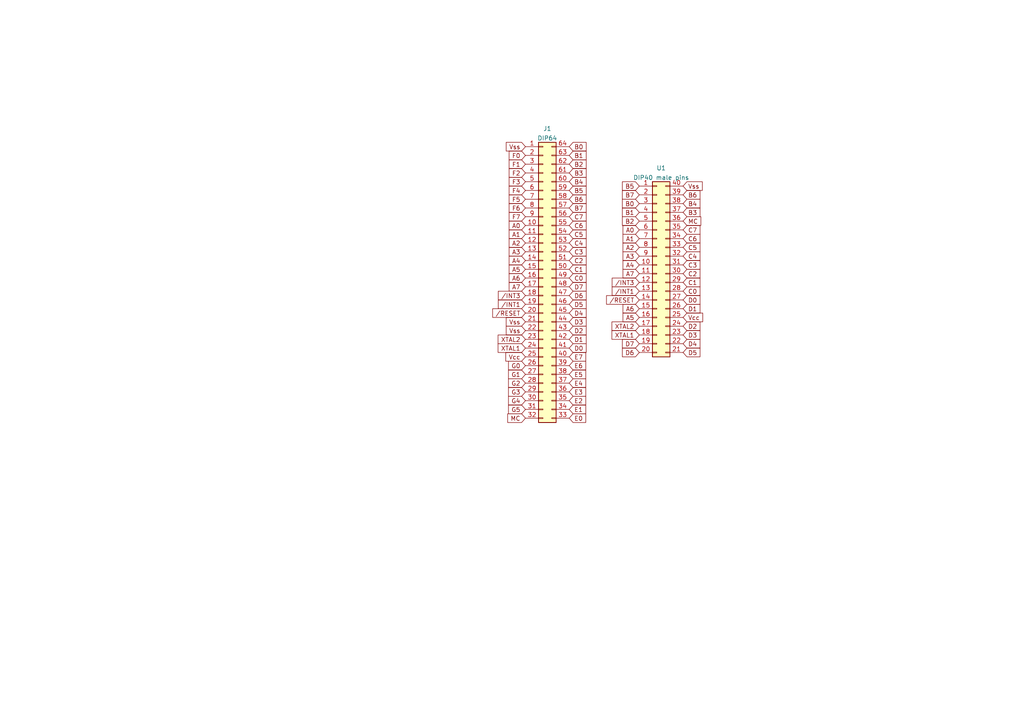
<source format=kicad_sch>
(kicad_sch (version 20211123) (generator eeschema)
  (paper "A4")
  (lib_symbols
    (symbol "Connector_Generic:Conn_02x20_Counter_Clockwise" (pin_names (offset 1.016) hide)
      (property "Reference" "J" (at 1.27 25.4 0))
      (property "Value" "Conn_02x20_Counter_Clockwise" (at 1.27 -27.94 0))
      (symbol "Conn_02x20_Counter_Clockwise_1_1"
        (rectangle (start -1.27 -25.273) (end 0 -25.527) (stroke (width 0.1524)))
        (rectangle (start -1.27 -22.733) (end 0 -22.987) (stroke (width 0.1524)))
        (rectangle (start -1.27 -20.193) (end 0 -20.447) (stroke (width 0.1524)))
        (rectangle (start -1.27 -17.653) (end 0 -17.907) (stroke (width 0.1524)))
        (rectangle (start -1.27 -15.113) (end 0 -15.367) (stroke (width 0.1524)))
        (rectangle (start -1.27 -12.573) (end 0 -12.827) (stroke (width 0.1524)))
        (rectangle (start -1.27 -10.033) (end 0 -10.287) (stroke (width 0.1524)))
        (rectangle (start -1.27 -7.493) (end 0 -7.747) (stroke (width 0.1524)))
        (rectangle (start -1.27 -4.953) (end 0 -5.207) (stroke (width 0.1524)))
        (rectangle (start -1.27 -2.413) (end 0 -2.667) (stroke (width 0.1524)))
        (rectangle (start -1.27 0.127) (end 0 -0.127) (stroke (width 0.1524)))
        (rectangle (start -1.27 2.667) (end 0 2.413) (stroke (width 0.1524)))
        (rectangle (start -1.27 5.207) (end 0 4.953) (stroke (width 0.1524)))
        (rectangle (start -1.27 7.747) (end 0 7.493) (stroke (width 0.1524)))
        (rectangle (start -1.27 10.287) (end 0 10.033) (stroke (width 0.1524)))
        (rectangle (start -1.27 12.827) (end 0 12.573) (stroke (width 0.1524)))
        (rectangle (start -1.27 15.367) (end 0 15.113) (stroke (width 0.1524)))
        (rectangle (start -1.27 17.907) (end 0 17.653) (stroke (width 0.1524)))
        (rectangle (start -1.27 20.447) (end 0 20.193) (stroke (width 0.1524)))
        (rectangle (start -1.27 22.987) (end 0 22.733) (stroke (width 0.1524)))
        (rectangle (start -1.27 24.13) (end 3.81 -26.67) (stroke (width 0.254)) (fill (type background)))
        (rectangle (start 3.81 -25.273) (end 2.54 -25.527) (stroke (width 0.1524)))
        (rectangle (start 3.81 -22.733) (end 2.54 -22.987) (stroke (width 0.1524)))
        (rectangle (start 3.81 -20.193) (end 2.54 -20.447) (stroke (width 0.1524)))
        (rectangle (start 3.81 -17.653) (end 2.54 -17.907) (stroke (width 0.1524)))
        (rectangle (start 3.81 -15.113) (end 2.54 -15.367) (stroke (width 0.1524)))
        (rectangle (start 3.81 -12.573) (end 2.54 -12.827) (stroke (width 0.1524)))
        (rectangle (start 3.81 -10.033) (end 2.54 -10.287) (stroke (width 0.1524)))
        (rectangle (start 3.81 -7.493) (end 2.54 -7.747) (stroke (width 0.1524)))
        (rectangle (start 3.81 -4.953) (end 2.54 -5.207) (stroke (width 0.1524)))
        (rectangle (start 3.81 -2.413) (end 2.54 -2.667) (stroke (width 0.1524)))
        (rectangle (start 3.81 0.127) (end 2.54 -0.127) (stroke (width 0.1524)))
        (rectangle (start 3.81 2.667) (end 2.54 2.413) (stroke (width 0.1524)))
        (rectangle (start 3.81 5.207) (end 2.54 4.953) (stroke (width 0.1524)))
        (rectangle (start 3.81 7.747) (end 2.54 7.493) (stroke (width 0.1524)))
        (rectangle (start 3.81 10.287) (end 2.54 10.033) (stroke (width 0.1524)))
        (rectangle (start 3.81 12.827) (end 2.54 12.573) (stroke (width 0.1524)))
        (rectangle (start 3.81 15.367) (end 2.54 15.113) (stroke (width 0.1524)))
        (rectangle (start 3.81 17.907) (end 2.54 17.653) (stroke (width 0.1524)))
        (rectangle (start 3.81 20.447) (end 2.54 20.193) (stroke (width 0.1524)))
        (rectangle (start 3.81 22.987) (end 2.54 22.733) (stroke (width 0.1524)))
        (pin passive line (at -5.08 22.86 0) (length 3.81) (name "Pin_1") (number "1"))
        (pin passive line (at -5.08 0 0) (length 3.81) (name "Pin_10") (number "10"))
        (pin passive line (at -5.08 -2.54 0) (length 3.81) (name "Pin_11") (number "11"))
        (pin passive line (at -5.08 -5.08 0) (length 3.81) (name "Pin_12") (number "12"))
        (pin passive line (at -5.08 -7.62 0) (length 3.81) (name "Pin_13") (number "13"))
        (pin passive line (at -5.08 -10.16 0) (length 3.81) (name "Pin_14") (number "14"))
        (pin passive line (at -5.08 -12.7 0) (length 3.81) (name "Pin_15") (number "15"))
        (pin passive line (at -5.08 -15.24 0) (length 3.81) (name "Pin_16") (number "16"))
        (pin passive line (at -5.08 -17.78 0) (length 3.81) (name "Pin_17") (number "17"))
        (pin passive line (at -5.08 -20.32 0) (length 3.81) (name "Pin_18") (number "18"))
        (pin passive line (at -5.08 -22.86 0) (length 3.81) (name "Pin_19") (number "19"))
        (pin passive line (at -5.08 20.32 0) (length 3.81) (name "Pin_2") (number "2"))
        (pin passive line (at -5.08 -25.4 0) (length 3.81) (name "Pin_20") (number "20"))
        (pin passive line (at 7.62 -25.4 180) (length 3.81) (name "Pin_21") (number "21"))
        (pin passive line (at 7.62 -22.86 180) (length 3.81) (name "Pin_22") (number "22"))
        (pin passive line (at 7.62 -20.32 180) (length 3.81) (name "Pin_23") (number "23"))
        (pin passive line (at 7.62 -17.78 180) (length 3.81) (name "Pin_24") (number "24"))
        (pin passive line (at 7.62 -15.24 180) (length 3.81) (name "Pin_25") (number "25"))
        (pin passive line (at 7.62 -12.7 180) (length 3.81) (name "Pin_26") (number "26"))
        (pin passive line (at 7.62 -10.16 180) (length 3.81) (name "Pin_27") (number "27"))
        (pin passive line (at 7.62 -7.62 180) (length 3.81) (name "Pin_28") (number "28"))
        (pin passive line (at 7.62 -5.08 180) (length 3.81) (name "Pin_29") (number "29"))
        (pin passive line (at -5.08 17.78 0) (length 3.81) (name "Pin_3") (number "3"))
        (pin passive line (at 7.62 -2.54 180) (length 3.81) (name "Pin_30") (number "30"))
        (pin passive line (at 7.62 0 180) (length 3.81) (name "Pin_31") (number "31"))
        (pin passive line (at 7.62 2.54 180) (length 3.81) (name "Pin_32") (number "32"))
        (pin passive line (at 7.62 5.08 180) (length 3.81) (name "Pin_33") (number "33"))
        (pin passive line (at 7.62 7.62 180) (length 3.81) (name "Pin_34") (number "34"))
        (pin passive line (at 7.62 10.16 180) (length 3.81) (name "Pin_35") (number "35"))
        (pin passive line (at 7.62 12.7 180) (length 3.81) (name "Pin_36") (number "36"))
        (pin passive line (at 7.62 15.24 180) (length 3.81) (name "Pin_37") (number "37"))
        (pin passive line (at 7.62 17.78 180) (length 3.81) (name "Pin_38") (number "38"))
        (pin passive line (at 7.62 20.32 180) (length 3.81) (name "Pin_39") (number "39"))
        (pin passive line (at -5.08 15.24 0) (length 3.81) (name "Pin_4") (number "4"))
        (pin passive line (at 7.62 22.86 180) (length 3.81) (name "Pin_40") (number "40"))
        (pin passive line (at -5.08 12.7 0) (length 3.81) (name "Pin_5") (number "5"))
        (pin passive line (at -5.08 10.16 0) (length 3.81) (name "Pin_6") (number "6"))
        (pin passive line (at -5.08 7.62 0) (length 3.81) (name "Pin_7") (number "7"))
        (pin passive line (at -5.08 5.08 0) (length 3.81) (name "Pin_8") (number "8"))
        (pin passive line (at -5.08 2.54 0) (length 3.81) (name "Pin_9") (number "9"))
      )
    )
    (symbol "Connector_Generic:Conn_02x32_Counter_Clockwise" (pin_names (offset 1.016) hide)
      (property "Reference" "J" (at 1.27 40.64 0))
      (property "Value" "Conn_02x32_Counter_Clockwise" (at 1.27 -43.18 0))
      (symbol "Conn_02x32_Counter_Clockwise_1_1"
        (rectangle (start -1.27 -40.513) (end 0 -40.767) (stroke (width 0.1524)))
        (rectangle (start -1.27 -37.973) (end 0 -38.227) (stroke (width 0.1524)))
        (rectangle (start -1.27 -35.433) (end 0 -35.687) (stroke (width 0.1524)))
        (rectangle (start -1.27 -32.893) (end 0 -33.147) (stroke (width 0.1524)))
        (rectangle (start -1.27 -30.353) (end 0 -30.607) (stroke (width 0.1524)))
        (rectangle (start -1.27 -27.813) (end 0 -28.067) (stroke (width 0.1524)))
        (rectangle (start -1.27 -25.273) (end 0 -25.527) (stroke (width 0.1524)))
        (rectangle (start -1.27 -22.733) (end 0 -22.987) (stroke (width 0.1524)))
        (rectangle (start -1.27 -20.193) (end 0 -20.447) (stroke (width 0.1524)))
        (rectangle (start -1.27 -17.653) (end 0 -17.907) (stroke (width 0.1524)))
        (rectangle (start -1.27 -15.113) (end 0 -15.367) (stroke (width 0.1524)))
        (rectangle (start -1.27 -12.573) (end 0 -12.827) (stroke (width 0.1524)))
        (rectangle (start -1.27 -10.033) (end 0 -10.287) (stroke (width 0.1524)))
        (rectangle (start -1.27 -7.493) (end 0 -7.747) (stroke (width 0.1524)))
        (rectangle (start -1.27 -4.953) (end 0 -5.207) (stroke (width 0.1524)))
        (rectangle (start -1.27 -2.413) (end 0 -2.667) (stroke (width 0.1524)))
        (rectangle (start -1.27 0.127) (end 0 -0.127) (stroke (width 0.1524)))
        (rectangle (start -1.27 2.667) (end 0 2.413) (stroke (width 0.1524)))
        (rectangle (start -1.27 5.207) (end 0 4.953) (stroke (width 0.1524)))
        (rectangle (start -1.27 7.747) (end 0 7.493) (stroke (width 0.1524)))
        (rectangle (start -1.27 10.287) (end 0 10.033) (stroke (width 0.1524)))
        (rectangle (start -1.27 12.827) (end 0 12.573) (stroke (width 0.1524)))
        (rectangle (start -1.27 15.367) (end 0 15.113) (stroke (width 0.1524)))
        (rectangle (start -1.27 17.907) (end 0 17.653) (stroke (width 0.1524)))
        (rectangle (start -1.27 20.447) (end 0 20.193) (stroke (width 0.1524)))
        (rectangle (start -1.27 22.987) (end 0 22.733) (stroke (width 0.1524)))
        (rectangle (start -1.27 25.527) (end 0 25.273) (stroke (width 0.1524)))
        (rectangle (start -1.27 28.067) (end 0 27.813) (stroke (width 0.1524)))
        (rectangle (start -1.27 30.607) (end 0 30.353) (stroke (width 0.1524)))
        (rectangle (start -1.27 33.147) (end 0 32.893) (stroke (width 0.1524)))
        (rectangle (start -1.27 35.687) (end 0 35.433) (stroke (width 0.1524)))
        (rectangle (start -1.27 38.227) (end 0 37.973) (stroke (width 0.1524)))
        (rectangle (start -1.27 39.37) (end 3.81 -41.91) (stroke (width 0.254)) (fill (type background)))
        (rectangle (start 3.81 -40.513) (end 2.54 -40.767) (stroke (width 0.1524)))
        (rectangle (start 3.81 -37.973) (end 2.54 -38.227) (stroke (width 0.1524)))
        (rectangle (start 3.81 -35.433) (end 2.54 -35.687) (stroke (width 0.1524)))
        (rectangle (start 3.81 -32.893) (end 2.54 -33.147) (stroke (width 0.1524)))
        (rectangle (start 3.81 -30.353) (end 2.54 -30.607) (stroke (width 0.1524)))
        (rectangle (start 3.81 -27.813) (end 2.54 -28.067) (stroke (width 0.1524)))
        (rectangle (start 3.81 -25.273) (end 2.54 -25.527) (stroke (width 0.1524)))
        (rectangle (start 3.81 -22.733) (end 2.54 -22.987) (stroke (width 0.1524)))
        (rectangle (start 3.81 -20.193) (end 2.54 -20.447) (stroke (width 0.1524)))
        (rectangle (start 3.81 -17.653) (end 2.54 -17.907) (stroke (width 0.1524)))
        (rectangle (start 3.81 -15.113) (end 2.54 -15.367) (stroke (width 0.1524)))
        (rectangle (start 3.81 -12.573) (end 2.54 -12.827) (stroke (width 0.1524)))
        (rectangle (start 3.81 -10.033) (end 2.54 -10.287) (stroke (width 0.1524)))
        (rectangle (start 3.81 -7.493) (end 2.54 -7.747) (stroke (width 0.1524)))
        (rectangle (start 3.81 -4.953) (end 2.54 -5.207) (stroke (width 0.1524)))
        (rectangle (start 3.81 -2.413) (end 2.54 -2.667) (stroke (width 0.1524)))
        (rectangle (start 3.81 0.127) (end 2.54 -0.127) (stroke (width 0.1524)))
        (rectangle (start 3.81 2.667) (end 2.54 2.413) (stroke (width 0.1524)))
        (rectangle (start 3.81 5.207) (end 2.54 4.953) (stroke (width 0.1524)))
        (rectangle (start 3.81 7.747) (end 2.54 7.493) (stroke (width 0.1524)))
        (rectangle (start 3.81 10.287) (end 2.54 10.033) (stroke (width 0.1524)))
        (rectangle (start 3.81 12.827) (end 2.54 12.573) (stroke (width 0.1524)))
        (rectangle (start 3.81 15.367) (end 2.54 15.113) (stroke (width 0.1524)))
        (rectangle (start 3.81 17.907) (end 2.54 17.653) (stroke (width 0.1524)))
        (rectangle (start 3.81 20.447) (end 2.54 20.193) (stroke (width 0.1524)))
        (rectangle (start 3.81 22.987) (end 2.54 22.733) (stroke (width 0.1524)))
        (rectangle (start 3.81 25.527) (end 2.54 25.273) (stroke (width 0.1524)))
        (rectangle (start 3.81 28.067) (end 2.54 27.813) (stroke (width 0.1524)))
        (rectangle (start 3.81 30.607) (end 2.54 30.353) (stroke (width 0.1524)))
        (rectangle (start 3.81 33.147) (end 2.54 32.893) (stroke (width 0.1524)))
        (rectangle (start 3.81 35.687) (end 2.54 35.433) (stroke (width 0.1524)))
        (rectangle (start 3.81 38.227) (end 2.54 37.973) (stroke (width 0.1524)))
        (pin passive line (at -5.08 38.1 0) (length 3.81) (name "Pin_1") (number "1"))
        (pin passive line (at -5.08 15.24 0) (length 3.81) (name "Pin_10") (number "10"))
        (pin passive line (at -5.08 12.7 0) (length 3.81) (name "Pin_11") (number "11"))
        (pin passive line (at -5.08 10.16 0) (length 3.81) (name "Pin_12") (number "12"))
        (pin passive line (at -5.08 7.62 0) (length 3.81) (name "Pin_13") (number "13"))
        (pin passive line (at -5.08 5.08 0) (length 3.81) (name "Pin_14") (number "14"))
        (pin passive line (at -5.08 2.54 0) (length 3.81) (name "Pin_15") (number "15"))
        (pin passive line (at -5.08 0 0) (length 3.81) (name "Pin_16") (number "16"))
        (pin passive line (at -5.08 -2.54 0) (length 3.81) (name "Pin_17") (number "17"))
        (pin passive line (at -5.08 -5.08 0) (length 3.81) (name "Pin_18") (number "18"))
        (pin passive line (at -5.08 -7.62 0) (length 3.81) (name "Pin_19") (number "19"))
        (pin passive line (at -5.08 35.56 0) (length 3.81) (name "Pin_2") (number "2"))
        (pin passive line (at -5.08 -10.16 0) (length 3.81) (name "Pin_20") (number "20"))
        (pin passive line (at -5.08 -12.7 0) (length 3.81) (name "Pin_21") (number "21"))
        (pin passive line (at -5.08 -15.24 0) (length 3.81) (name "Pin_22") (number "22"))
        (pin passive line (at -5.08 -17.78 0) (length 3.81) (name "Pin_23") (number "23"))
        (pin passive line (at -5.08 -20.32 0) (length 3.81) (name "Pin_24") (number "24"))
        (pin passive line (at -5.08 -22.86 0) (length 3.81) (name "Pin_25") (number "25"))
        (pin passive line (at -5.08 -25.4 0) (length 3.81) (name "Pin_26") (number "26"))
        (pin passive line (at -5.08 -27.94 0) (length 3.81) (name "Pin_27") (number "27"))
        (pin passive line (at -5.08 -30.48 0) (length 3.81) (name "Pin_28") (number "28"))
        (pin passive line (at -5.08 -33.02 0) (length 3.81) (name "Pin_29") (number "29"))
        (pin passive line (at -5.08 33.02 0) (length 3.81) (name "Pin_3") (number "3"))
        (pin passive line (at -5.08 -35.56 0) (length 3.81) (name "Pin_30") (number "30"))
        (pin passive line (at -5.08 -38.1 0) (length 3.81) (name "Pin_31") (number "31"))
        (pin passive line (at -5.08 -40.64 0) (length 3.81) (name "Pin_32") (number "32"))
        (pin passive line (at 7.62 -40.64 180) (length 3.81) (name "Pin_33") (number "33"))
        (pin passive line (at 7.62 -38.1 180) (length 3.81) (name "Pin_34") (number "34"))
        (pin passive line (at 7.62 -35.56 180) (length 3.81) (name "Pin_35") (number "35"))
        (pin passive line (at 7.62 -33.02 180) (length 3.81) (name "Pin_36") (number "36"))
        (pin passive line (at 7.62 -30.48 180) (length 3.81) (name "Pin_37") (number "37"))
        (pin passive line (at 7.62 -27.94 180) (length 3.81) (name "Pin_38") (number "38"))
        (pin passive line (at 7.62 -25.4 180) (length 3.81) (name "Pin_39") (number "39"))
        (pin passive line (at -5.08 30.48 0) (length 3.81) (name "Pin_4") (number "4"))
        (pin passive line (at 7.62 -22.86 180) (length 3.81) (name "Pin_40") (number "40"))
        (pin passive line (at 7.62 -20.32 180) (length 3.81) (name "Pin_41") (number "41"))
        (pin passive line (at 7.62 -17.78 180) (length 3.81) (name "Pin_42") (number "42"))
        (pin passive line (at 7.62 -15.24 180) (length 3.81) (name "Pin_43") (number "43"))
        (pin passive line (at 7.62 -12.7 180) (length 3.81) (name "Pin_44") (number "44"))
        (pin passive line (at 7.62 -10.16 180) (length 3.81) (name "Pin_45") (number "45"))
        (pin passive line (at 7.62 -7.62 180) (length 3.81) (name "Pin_46") (number "46"))
        (pin passive line (at 7.62 -5.08 180) (length 3.81) (name "Pin_47") (number "47"))
        (pin passive line (at 7.62 -2.54 180) (length 3.81) (name "Pin_48") (number "48"))
        (pin passive line (at 7.62 0 180) (length 3.81) (name "Pin_49") (number "49"))
        (pin passive line (at -5.08 27.94 0) (length 3.81) (name "Pin_5") (number "5"))
        (pin passive line (at 7.62 2.54 180) (length 3.81) (name "Pin_50") (number "50"))
        (pin passive line (at 7.62 5.08 180) (length 3.81) (name "Pin_51") (number "51"))
        (pin passive line (at 7.62 7.62 180) (length 3.81) (name "Pin_52") (number "52"))
        (pin passive line (at 7.62 10.16 180) (length 3.81) (name "Pin_53") (number "53"))
        (pin passive line (at 7.62 12.7 180) (length 3.81) (name "Pin_54") (number "54"))
        (pin passive line (at 7.62 15.24 180) (length 3.81) (name "Pin_55") (number "55"))
        (pin passive line (at 7.62 17.78 180) (length 3.81) (name "Pin_56") (number "56"))
        (pin passive line (at 7.62 20.32 180) (length 3.81) (name "Pin_57") (number "57"))
        (pin passive line (at 7.62 22.86 180) (length 3.81) (name "Pin_58") (number "58"))
        (pin passive line (at 7.62 25.4 180) (length 3.81) (name "Pin_59") (number "59"))
        (pin passive line (at -5.08 25.4 0) (length 3.81) (name "Pin_6") (number "6"))
        (pin passive line (at 7.62 27.94 180) (length 3.81) (name "Pin_60") (number "60"))
        (pin passive line (at 7.62 30.48 180) (length 3.81) (name "Pin_61") (number "61"))
        (pin passive line (at 7.62 33.02 180) (length 3.81) (name "Pin_62") (number "62"))
        (pin passive line (at 7.62 35.56 180) (length 3.81) (name "Pin_63") (number "63"))
        (pin passive line (at 7.62 38.1 180) (length 3.81) (name "Pin_64") (number "64"))
        (pin passive line (at -5.08 22.86 0) (length 3.81) (name "Pin_7") (number "7"))
        (pin passive line (at -5.08 20.32 0) (length 3.81) (name "Pin_8") (number "8"))
        (pin passive line (at -5.08 17.78 0) (length 3.81) (name "Pin_9") (number "9"))
      )
    )
  )
  (global_label "B0" (shape input) (at 165.1 42.545 0) (property "Intersheet References" "${INTERSHEET_REFS}" (effects hide)))
  (global_label "C1" (shape input) (at 165.1 78.105 0) (property "Intersheet References" "${INTERSHEET_REFS}" (effects hide)))
  (global_label "D3" (shape input) (at 198.12 97.155 0) (property "Intersheet References" "${INTERSHEET_REFS}" (effects hide)))
  (global_label "F7" (shape input) (at 152.4 62.865 180) (property "Intersheet References" "${INTERSHEET_REFS}" (effects hide)))
  (global_label "MC" (shape input) (at 198.12 64.135 0) (property "Intersheet References" "${INTERSHEET_REFS}" (effects hide)))
  (global_label "D6" (shape input) (at 165.1 85.725 0) (property "Intersheet References" "${INTERSHEET_REFS}" (effects hide)))
  (global_label "A6" (shape input) (at 185.42 89.535 180) (property "Intersheet References" "${INTERSHEET_REFS}" (effects hide)))
  (global_label "B5" (shape input) (at 185.42 53.975 180) (property "Intersheet References" "${INTERSHEET_REFS}" (effects hide)))
  (global_label "F2" (shape input) (at 152.4 50.165 180) (property "Intersheet References" "${INTERSHEET_REFS}" (effects hide)))
  (global_label "{slash}INT1" (shape input) (at 185.42 84.455 180) (property "Intersheet References" "${INTERSHEET_REFS}" (effects hide)))
  (global_label "D2" (shape input) (at 198.12 94.615 0) (property "Intersheet References" "${INTERSHEET_REFS}" (effects hide)))
  (global_label "D0" (shape input) (at 165.1 100.965 0) (property "Intersheet References" "${INTERSHEET_REFS}" (effects hide)))
  (global_label "D5" (shape input) (at 165.1 88.265 0) (property "Intersheet References" "${INTERSHEET_REFS}" (effects hide)))
  (global_label "D4" (shape input) (at 165.1 90.805 0) (property "Intersheet References" "${INTERSHEET_REFS}" (effects hide)))
  (global_label "F1" (shape input) (at 152.4 47.625 180) (property "Intersheet References" "${INTERSHEET_REFS}" (effects hide)))
  (global_label "E2" (shape input) (at 165.1 116.205 0) (property "Intersheet References" "${INTERSHEET_REFS}" (effects hide)))
  (global_label "D1" (shape input) (at 165.1 98.425 0) (property "Intersheet References" "${INTERSHEET_REFS}" (effects hide)))
  (global_label "{slash}INT3" (shape input) (at 185.42 81.915 180) (property "Intersheet References" "${INTERSHEET_REFS}" (effects hide)))
  (global_label "XTAL1" (shape input) (at 152.4 100.965 180) (property "Intersheet References" "${INTERSHEET_REFS}" (effects hide)))
  (global_label "XTAL2" (shape input) (at 185.42 94.615 180) (property "Intersheet References" "${INTERSHEET_REFS}" (effects hide)))
  (global_label "E1" (shape input) (at 165.1 118.745 0) (property "Intersheet References" "${INTERSHEET_REFS}" (effects hide)))
  (global_label "F4" (shape input) (at 152.4 55.245 180) (property "Intersheet References" "${INTERSHEET_REFS}" (effects hide)))
  (global_label "A5" (shape input) (at 152.4 78.105 180) (property "Intersheet References" "${INTERSHEET_REFS}" (effects hide)))
  (global_label "XTAL1" (shape input) (at 185.42 97.155 180) (property "Intersheet References" "${INTERSHEET_REFS}" (effects hide)))
  (global_label "A0" (shape input) (at 185.42 66.675 180) (property "Intersheet References" "${INTERSHEET_REFS}" (effects hide)))
  (global_label "C1" (shape input) (at 198.12 81.915 0) (property "Intersheet References" "${INTERSHEET_REFS}" (effects hide)))
  (global_label "C2" (shape input) (at 198.12 79.375 0) (property "Intersheet References" "${INTERSHEET_REFS}" (effects hide)))
  (global_label "Vss" (shape input) (at 152.4 42.545 180) (property "Intersheet References" "${INTERSHEET_REFS}" (effects hide)))
  (global_label "{slash}RESET" (shape input) (at 152.4 90.805 180) (property "Intersheet References" "${INTERSHEET_REFS}" (effects hide)))
  (global_label "B7" (shape input) (at 185.42 56.515 180) (property "Intersheet References" "${INTERSHEET_REFS}" (effects hide)))
  (global_label "E6" (shape input) (at 165.1 106.045 0) (property "Intersheet References" "${INTERSHEET_REFS}" (effects hide)))
  (global_label "G4" (shape input) (at 152.4 116.205 180) (property "Intersheet References" "${INTERSHEET_REFS}" (effects hide)))
  (global_label "A7" (shape input) (at 152.4 83.185 180) (property "Intersheet References" "${INTERSHEET_REFS}" (effects hide)))
  (global_label "B3" (shape input) (at 165.1 50.165 0) (property "Intersheet References" "${INTERSHEET_REFS}" (effects hide)))
  (global_label "Vss" (shape input) (at 198.12 53.975 0) (property "Intersheet References" "${INTERSHEET_REFS}" (effects hide)))
  (global_label "C0" (shape input) (at 165.1 80.645 0) (property "Intersheet References" "${INTERSHEET_REFS}" (effects hide)))
  (global_label "B1" (shape input) (at 165.1 45.085 0) (property "Intersheet References" "${INTERSHEET_REFS}" (effects hide)))
  (global_label "F5" (shape input) (at 152.4 57.785 180) (property "Intersheet References" "${INTERSHEET_REFS}" (effects hide)))
  (global_label "G2" (shape input) (at 152.4 111.125 180) (property "Intersheet References" "${INTERSHEET_REFS}" (effects hide)))
  (global_label "C3" (shape input) (at 165.1 73.025 0) (property "Intersheet References" "${INTERSHEET_REFS}" (effects hide)))
  (global_label "E4" (shape input) (at 165.1 111.125 0) (property "Intersheet References" "${INTERSHEET_REFS}" (effects hide)))
  (global_label "B2" (shape input) (at 165.1 47.625 0) (property "Intersheet References" "${INTERSHEET_REFS}" (effects hide)))
  (global_label "C2" (shape input) (at 165.1 75.565 0) (property "Intersheet References" "${INTERSHEET_REFS}" (effects hide)))
  (global_label "B4" (shape input) (at 165.1 52.705 0) (property "Intersheet References" "${INTERSHEET_REFS}" (effects hide)))
  (global_label "B6" (shape input) (at 165.1 57.785 0) (property "Intersheet References" "${INTERSHEET_REFS}" (effects hide)))
  (global_label "D5" (shape input) (at 198.12 102.235 0) (property "Intersheet References" "${INTERSHEET_REFS}" (effects hide)))
  (global_label "D4" (shape input) (at 198.12 99.695 0) (property "Intersheet References" "${INTERSHEET_REFS}" (effects hide)))
  (global_label "C0" (shape input) (at 198.12 84.455 0) (property "Intersheet References" "${INTERSHEET_REFS}" (effects hide)))
  (global_label "Vcc" (shape input) (at 152.4 103.505 180) (property "Intersheet References" "${INTERSHEET_REFS}" (effects hide)))
  (global_label "B0" (shape input) (at 185.42 59.055 180) (property "Intersheet References" "${INTERSHEET_REFS}" (effects hide)))
  (global_label "D7" (shape input) (at 185.42 99.695 180) (property "Intersheet References" "${INTERSHEET_REFS}" (effects hide)))
  (global_label "C3" (shape input) (at 198.12 76.835 0) (property "Intersheet References" "${INTERSHEET_REFS}" (effects hide)))
  (global_label "Vss" (shape input) (at 152.4 93.345 180) (property "Intersheet References" "${INTERSHEET_REFS}" (effects hide)))
  (global_label "G3" (shape input) (at 152.4 113.665 180) (property "Intersheet References" "${INTERSHEET_REFS}" (effects hide)))
  (global_label "G1" (shape input) (at 152.4 108.585 180) (property "Intersheet References" "${INTERSHEET_REFS}" (effects hide)))
  (global_label "G0" (shape input) (at 152.4 106.045 180) (property "Intersheet References" "${INTERSHEET_REFS}" (effects hide)))
  (global_label "D6" (shape input) (at 185.42 102.235 180) (property "Intersheet References" "${INTERSHEET_REFS}" (effects hide)))
  (global_label "A1" (shape input) (at 185.42 69.215 180) (property "Intersheet References" "${INTERSHEET_REFS}" (effects hide)))
  (global_label "A2" (shape input) (at 185.42 71.755 180) (property "Intersheet References" "${INTERSHEET_REFS}" (effects hide)))
  (global_label "B7" (shape input) (at 165.1 60.325 0) (property "Intersheet References" "${INTERSHEET_REFS}" (effects hide)))
  (global_label "F0" (shape input) (at 152.4 45.085 180) (property "Intersheet References" "${INTERSHEET_REFS}" (effects hide)))
  (global_label "G5" (shape input) (at 152.4 118.745 180) (property "Intersheet References" "${INTERSHEET_REFS}" (effects hide)))
  (global_label "{slash}INT3" (shape input) (at 152.4 85.725 180) (property "Intersheet References" "${INTERSHEET_REFS}" (effects hide)))
  (global_label "B2" (shape input) (at 185.42 64.135 180) (property "Intersheet References" "${INTERSHEET_REFS}" (effects hide)))
  (global_label "C6" (shape input) (at 198.12 69.215 0) (property "Intersheet References" "${INTERSHEET_REFS}" (effects hide)))
  (global_label "C6" (shape input) (at 165.1 65.405 0) (property "Intersheet References" "${INTERSHEET_REFS}" (effects hide)))
  (global_label "A2" (shape input) (at 152.4 70.485 180) (property "Intersheet References" "${INTERSHEET_REFS}" (effects hide)))
  (global_label "D1" (shape input) (at 198.12 89.535 0) (property "Intersheet References" "${INTERSHEET_REFS}" (effects hide)))
  (global_label "A4" (shape input) (at 185.42 76.835 180) (property "Intersheet References" "${INTERSHEET_REFS}" (effects hide)))
  (global_label "D7" (shape input) (at 165.1 83.185 0) (property "Intersheet References" "${INTERSHEET_REFS}" (effects hide)))
  (global_label "A3" (shape input) (at 152.4 73.025 180) (property "Intersheet References" "${INTERSHEET_REFS}" (effects hide)))
  (global_label "F6" (shape input) (at 152.4 60.325 180) (property "Intersheet References" "${INTERSHEET_REFS}" (effects hide)))
  (global_label "E7" (shape input) (at 165.1 103.505 0) (property "Intersheet References" "${INTERSHEET_REFS}" (effects hide)))
  (global_label "C5" (shape input) (at 165.1 67.945 0) (property "Intersheet References" "${INTERSHEET_REFS}" (effects hide)))
  (global_label "E5" (shape input) (at 165.1 108.585 0) (property "Intersheet References" "${INTERSHEET_REFS}" (effects hide)))
  (global_label "A3" (shape input) (at 185.42 74.295 180) (property "Intersheet References" "${INTERSHEET_REFS}" (effects hide)))
  (global_label "E0" (shape input) (at 165.1 121.285 0) (property "Intersheet References" "${INTERSHEET_REFS}" (effects hide)))
  (global_label "A1" (shape input) (at 152.4 67.945 180) (property "Intersheet References" "${INTERSHEET_REFS}" (effects hide)))
  (global_label "F3" (shape input) (at 152.4 52.705 180) (property "Intersheet References" "${INTERSHEET_REFS}" (effects hide)))
  (global_label "A5" (shape input) (at 185.42 92.075 180) (property "Intersheet References" "${INTERSHEET_REFS}" (effects hide)))
  (global_label "Vcc" (shape input) (at 198.12 92.075 0) (property "Intersheet References" "${INTERSHEET_REFS}" (effects hide)))
  (global_label "C7" (shape input) (at 165.1 62.865 0) (property "Intersheet References" "${INTERSHEET_REFS}" (effects hide)))
  (global_label "B3" (shape input) (at 198.12 61.595 0) (property "Intersheet References" "${INTERSHEET_REFS}" (effects hide)))
  (global_label "D2" (shape input) (at 165.1 95.885 0) (property "Intersheet References" "${INTERSHEET_REFS}" (effects hide)))
  (global_label "C4" (shape input) (at 198.12 74.295 0) (property "Intersheet References" "${INTERSHEET_REFS}" (effects hide)))
  (global_label "C5" (shape input) (at 198.12 71.755 0) (property "Intersheet References" "${INTERSHEET_REFS}" (effects hide)))
  (global_label "B6" (shape input) (at 198.12 56.515 0) (property "Intersheet References" "${INTERSHEET_REFS}" (effects hide)))
  (global_label "XTAL2" (shape input) (at 152.4 98.425 180) (property "Intersheet References" "${INTERSHEET_REFS}" (effects hide)))
  (global_label "A4" (shape input) (at 152.4 75.565 180) (property "Intersheet References" "${INTERSHEET_REFS}" (effects hide)))
  (global_label "{slash}RESET" (shape input) (at 185.42 86.995 180) (property "Intersheet References" "${INTERSHEET_REFS}" (effects hide)))
  (global_label "C4" (shape input) (at 165.1 70.485 0) (property "Intersheet References" "${INTERSHEET_REFS}" (effects hide)))
  (global_label "B5" (shape input) (at 165.1 55.245 0) (property "Intersheet References" "${INTERSHEET_REFS}" (effects hide)))
  (global_label "A7" (shape input) (at 185.42 79.375 180) (property "Intersheet References" "${INTERSHEET_REFS}" (effects hide)))
  (global_label "MC" (shape input) (at 152.4 121.285 180) (property "Intersheet References" "${INTERSHEET_REFS}" (effects hide)))
  (global_label "B4" (shape input) (at 198.12 59.055 0) (property "Intersheet References" "${INTERSHEET_REFS}" (effects hide)))
  (global_label "D3" (shape input) (at 165.1 93.345 0) (property "Intersheet References" "${INTERSHEET_REFS}" (effects hide)))
  (global_label "D0" (shape input) (at 198.12 86.995 0) (property "Intersheet References" "${INTERSHEET_REFS}" (effects hide)))
  (global_label "E3" (shape input) (at 165.1 113.665 0) (property "Intersheet References" "${INTERSHEET_REFS}" (effects hide)))
  (global_label "A6" (shape input) (at 152.4 80.645 180) (property "Intersheet References" "${INTERSHEET_REFS}" (effects hide)))
  (global_label "{slash}INT1" (shape input) (at 152.4 88.265 180) (property "Intersheet References" "${INTERSHEET_REFS}" (effects hide)))
  (global_label "B1" (shape input) (at 185.42 61.595 180) (property "Intersheet References" "${INTERSHEET_REFS}" (effects hide)))
  (global_label "Vss" (shape input) (at 152.4 95.885 180) (property "Intersheet References" "${INTERSHEET_REFS}" (effects hide)))
  (global_label "A0" (shape input) (at 152.4 65.405 180) (property "Intersheet References" "${INTERSHEET_REFS}" (effects hide)))
  (global_label "C7" (shape input) (at 198.12 66.675 0) (property "Intersheet References" "${INTERSHEET_REFS}" (effects hide)))
  (symbol (lib_id "Connector_Generic:Conn_02x32_Counter_Clockwise") (at 157.48 80.645 0) (unit 1)
    (property "Reference" "J1" (at 158.75 37.3085 0))
    (property "Value" "DIP64" (at 158.75 40.0836 0))
    (property "Footprint" "Evan's misc parts:DIP 64 1.78mm" (effects hide))
  )
  (symbol (lib_id "Connector_Generic:Conn_02x20_Counter_Clockwise") (at 190.5 76.835 0) (unit 1)
    (property "Reference" "U1" (at 191.77 48.7385 0))
    (property "Value" "DIP40 male pins" (at 191.77 51.5136 0))
    (property "Footprint" "Package_DIP:DIP-40_W15.24mm" (effects hide))
  )
)
</source>
